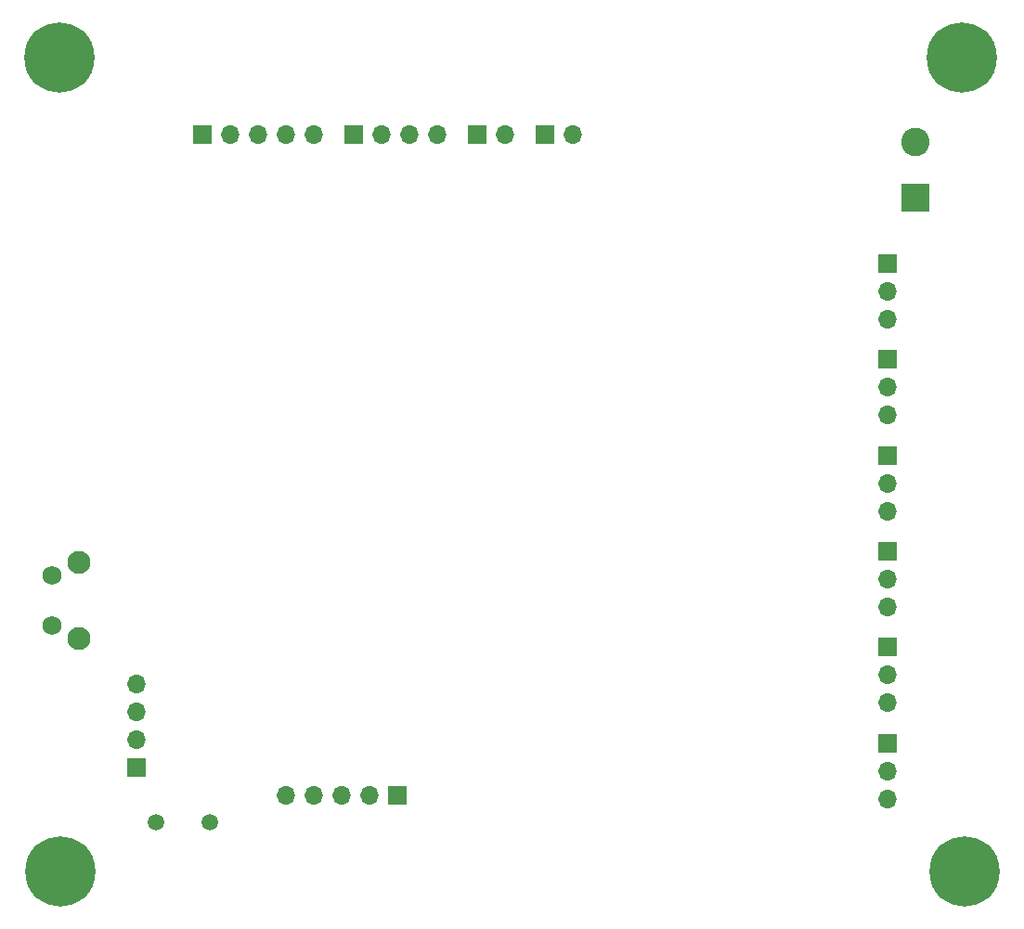
<source format=gbr>
%TF.GenerationSoftware,KiCad,Pcbnew,(5.1.10)-1*%
%TF.CreationDate,2021-07-26T19:48:55+02:00*%
%TF.ProjectId,RobotskaRuka,526f626f-7473-46b6-9152-756b612e6b69,rev?*%
%TF.SameCoordinates,Original*%
%TF.FileFunction,Soldermask,Bot*%
%TF.FilePolarity,Negative*%
%FSLAX46Y46*%
G04 Gerber Fmt 4.6, Leading zero omitted, Abs format (unit mm)*
G04 Created by KiCad (PCBNEW (5.1.10)-1) date 2021-07-26 19:48:55*
%MOMM*%
%LPD*%
G01*
G04 APERTURE LIST*
%ADD10R,2.600000X2.600000*%
%ADD11C,2.600000*%
%ADD12C,2.100000*%
%ADD13C,1.750000*%
%ADD14C,1.500000*%
%ADD15C,0.800000*%
%ADD16C,6.400000*%
%ADD17O,1.700000X1.700000*%
%ADD18R,1.700000X1.700000*%
G04 APERTURE END LIST*
D10*
%TO.C,J1*%
X173750000Y-81500000D03*
D11*
X173750000Y-76420000D03*
%TD*%
D12*
%TO.C,SW1*%
X97490000Y-114740000D03*
D13*
X95000000Y-116000000D03*
X95000000Y-120500000D03*
D12*
X97490000Y-121750000D03*
%TD*%
D14*
%TO.C,Y1*%
X104500000Y-138500000D03*
X109380000Y-138500000D03*
%TD*%
D15*
%TO.C,H1*%
X97394112Y-67000000D03*
X95697056Y-66297056D03*
X94000000Y-67000000D03*
X93297056Y-68697056D03*
X94000000Y-70394112D03*
X95697056Y-71097056D03*
X97394112Y-70394112D03*
X98097056Y-68697056D03*
D16*
X95697056Y-68697056D03*
%TD*%
%TO.C,H2*%
X178000000Y-68750000D03*
D15*
X180400000Y-68750000D03*
X179697056Y-70447056D03*
X178000000Y-71150000D03*
X176302944Y-70447056D03*
X175600000Y-68750000D03*
X176302944Y-67052944D03*
X178000000Y-66350000D03*
X179697056Y-67052944D03*
%TD*%
%TO.C,H3*%
X179947056Y-141302944D03*
X178250000Y-140600000D03*
X176552944Y-141302944D03*
X175850000Y-143000000D03*
X176552944Y-144697056D03*
X178250000Y-145400000D03*
X179947056Y-144697056D03*
X180650000Y-143000000D03*
D16*
X178250000Y-143000000D03*
%TD*%
%TO.C,H4*%
X95750000Y-143000000D03*
D15*
X98150000Y-143000000D03*
X97447056Y-144697056D03*
X95750000Y-145400000D03*
X94052944Y-144697056D03*
X93350000Y-143000000D03*
X94052944Y-141302944D03*
X95750000Y-140600000D03*
X97447056Y-141302944D03*
%TD*%
D17*
%TO.C,J8*%
X171250000Y-136330000D03*
X171250000Y-133790000D03*
D18*
X171250000Y-131250000D03*
%TD*%
%TO.C,J9*%
X171250000Y-122500000D03*
D17*
X171250000Y-125040000D03*
X171250000Y-127580000D03*
%TD*%
D18*
%TO.C,J10*%
X171250000Y-113750000D03*
D17*
X171250000Y-116290000D03*
X171250000Y-118830000D03*
%TD*%
%TO.C,J11*%
X171250000Y-110080000D03*
X171250000Y-107540000D03*
D18*
X171250000Y-105000000D03*
%TD*%
%TO.C,J12*%
X171250000Y-96250000D03*
D17*
X171250000Y-98790000D03*
X171250000Y-101330000D03*
%TD*%
%TO.C,J13*%
X171250000Y-92580000D03*
X171250000Y-90040000D03*
D18*
X171250000Y-87500000D03*
%TD*%
%TO.C,J7*%
X108750000Y-75750000D03*
D17*
X111290000Y-75750000D03*
X113830000Y-75750000D03*
X116370000Y-75750000D03*
X118910000Y-75750000D03*
%TD*%
%TO.C,J2*%
X102750000Y-125880000D03*
X102750000Y-128420000D03*
X102750000Y-130960000D03*
D18*
X102750000Y-133500000D03*
%TD*%
%TO.C,J4*%
X122500000Y-75750000D03*
D17*
X125040000Y-75750000D03*
X127580000Y-75750000D03*
X130120000Y-75750000D03*
%TD*%
D18*
%TO.C,J5*%
X140000000Y-75750000D03*
D17*
X142540000Y-75750000D03*
%TD*%
%TO.C,J6*%
X136290000Y-75750000D03*
D18*
X133750000Y-75750000D03*
%TD*%
%TO.C,J3*%
X126500000Y-136000000D03*
D17*
X123960000Y-136000000D03*
X121420000Y-136000000D03*
X118880000Y-136000000D03*
X116340000Y-136000000D03*
%TD*%
M02*

</source>
